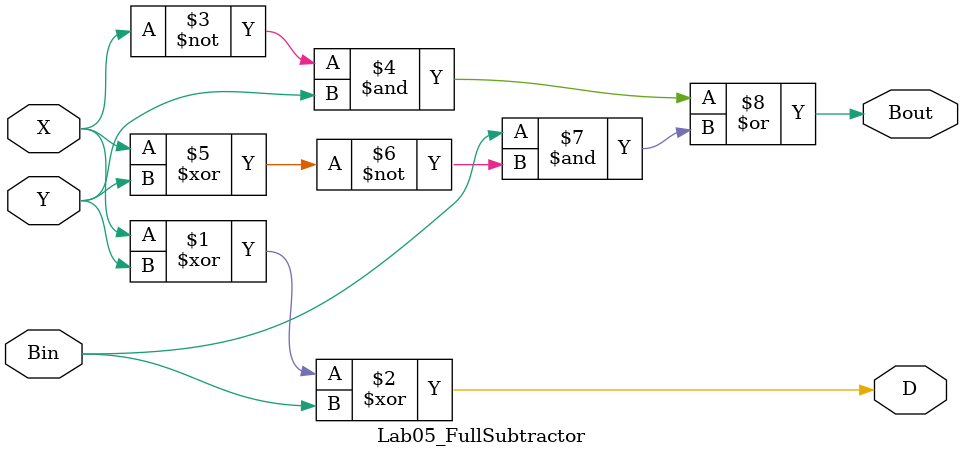
<source format=v>
`timescale 1ns / 1ps


module Lab05_FullSubtractor(
//input
X,
Y,
Bin,
//output
D,
Bout,
);

input X,Y,Bin;
output D,Bout;

assign D = ((X^Y)^Bin);
assign Bout = ((~X&Y)|(Bin&(~(X^Y))));

endmodule

</source>
